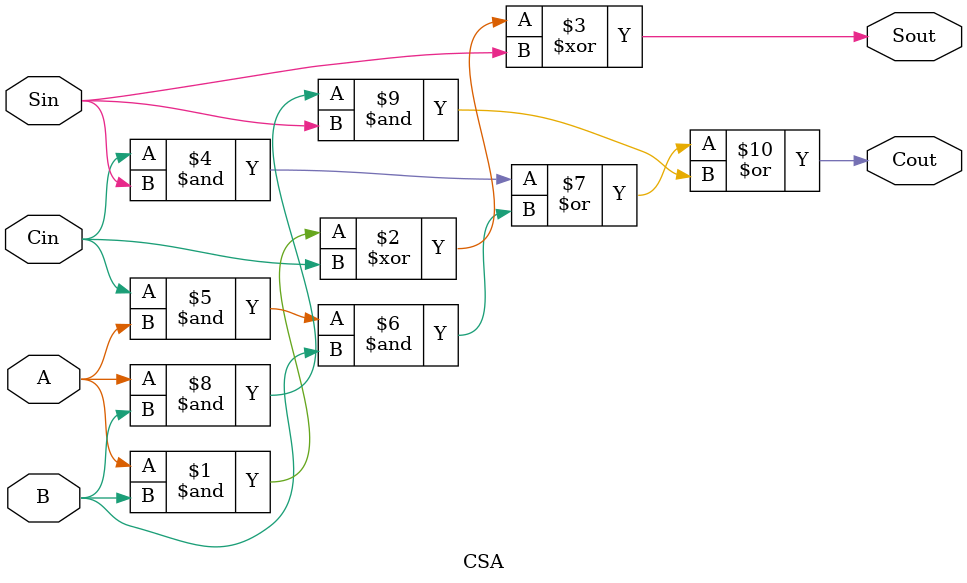
<source format=v>
module CSA #(
    parameter MAX = 0
)(
    input A,
    input B,
    input Cin,
    input Sin,
    output Cout,
    output Sout
);
    generate
        if(MAX == 0) begin
            assign Sout = (A & B) ^ Cin ^ Sin;
            assign Cout = (Cin & Sin) | (Cin & A & B) | (A & B & Sin);
        end else begin
            assign Sout = (!(A&B)) ^ Cin ^ Sin;
            assign Cout = (Cin & Sin) | (Cin & (!(A&B))) | ((!(A&B)) & Sin); // ở rìa thì cần nhân và đảo
        end

    endgenerate
endmodule
</source>
